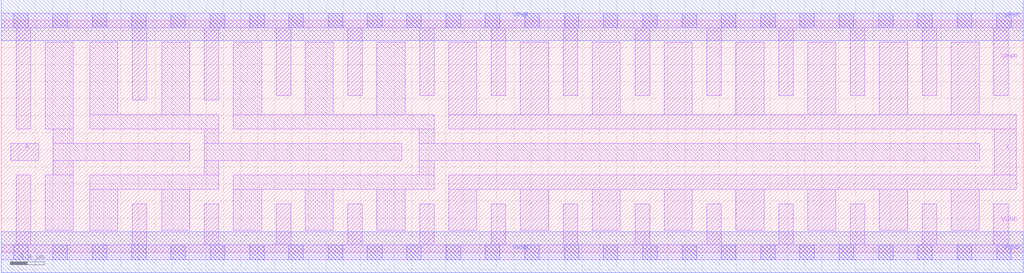
<source format=lef>
# Copyright 2020 The SkyWater PDK Authors
#
# Licensed under the Apache License, Version 2.0 (the "License");
# you may not use this file except in compliance with the License.
# You may obtain a copy of the License at
#
#     https://www.apache.org/licenses/LICENSE-2.0
#
# Unless required by applicable law or agreed to in writing, software
# distributed under the License is distributed on an "AS IS" BASIS,
# WITHOUT WARRANTIES OR CONDITIONS OF ANY KIND, either express or implied.
# See the License for the specific language governing permissions and
# limitations under the License.
#
# SPDX-License-Identifier: Apache-2.0

VERSION 5.7 ;
  NAMESCASESENSITIVE ON ;
  NOWIREEXTENSIONATPIN ON ;
  DIVIDERCHAR "/" ;
  BUSBITCHARS "[]" ;
UNITS
  DATABASE MICRONS 200 ;
END UNITS
MACRO sky130_fd_sc_hd__bufbuf_16
  CLASS CORE ;
  SOURCE USER ;
  FOREIGN sky130_fd_sc_hd__bufbuf_16 ;
  ORIGIN  0.000000  0.000000 ;
  SIZE  11.96000 BY  2.720000 ;
  SYMMETRY X Y R90 ;
  SITE unithd ;
  PIN A
    ANTENNAGATEAREA  0.247500 ;
    DIRECTION INPUT ;
    USE SIGNAL ;
    PORT
      LAYER li1 ;
        RECT 0.110000 1.075000 0.440000 1.275000 ;
    END
  END A
  PIN X
    ANTENNADIFFAREA  3.564000 ;
    DIRECTION OUTPUT ;
    USE SIGNAL ;
    PORT
      LAYER li1 ;
        RECT  5.235000 0.255000  5.485000 0.260000 ;
        RECT  5.235000 0.260000  5.565000 0.735000 ;
        RECT  5.235000 0.735000 11.875000 0.905000 ;
        RECT  5.235000 1.445000 11.875000 1.615000 ;
        RECT  5.235000 1.615000  5.565000 2.465000 ;
        RECT  6.075000 0.260000  6.405000 0.735000 ;
        RECT  6.075000 1.615000  6.405000 2.465000 ;
        RECT  6.155000 0.255000  6.325000 0.260000 ;
        RECT  6.915000 0.260000  7.245000 0.735000 ;
        RECT  6.915000 1.615000  7.245000 2.465000 ;
        RECT  6.995000 0.255000  7.165000 0.260000 ;
        RECT  7.755000 0.260000  8.085000 0.735000 ;
        RECT  7.755000 1.615000  8.085000 2.465000 ;
        RECT  8.595000 0.260000  8.925000 0.735000 ;
        RECT  8.595000 1.615000  8.925000 2.465000 ;
        RECT  9.435000 0.260000  9.765000 0.735000 ;
        RECT  9.435000 1.615000  9.765000 2.465000 ;
        RECT 10.275000 0.260000 10.605000 0.735000 ;
        RECT 10.275000 1.615000 10.605000 2.465000 ;
        RECT 11.115000 0.260000 11.445000 0.735000 ;
        RECT 11.115000 1.615000 11.445000 2.465000 ;
        RECT 11.620000 0.905000 11.875000 1.445000 ;
    END
  END X
  PIN VGND
    DIRECTION INOUT ;
    SHAPE ABUTMENT ;
    USE GROUND ;
    PORT
      LAYER li1 ;
        RECT  0.000000 -0.085000 11.960000 0.085000 ;
        RECT  0.175000  0.085000  0.345000 0.905000 ;
        RECT  1.535000  0.085000  1.705000 0.565000 ;
        RECT  2.375000  0.085000  2.545000 0.565000 ;
        RECT  3.215000  0.085000  3.385000 0.565000 ;
        RECT  4.055000  0.085000  4.225000 0.565000 ;
        RECT  4.895000  0.085000  5.065000 0.565000 ;
        RECT  5.735000  0.085000  5.905000 0.565000 ;
        RECT  6.575000  0.085000  6.745000 0.565000 ;
        RECT  7.415000  0.085000  7.585000 0.565000 ;
        RECT  8.255000  0.085000  8.425000 0.565000 ;
        RECT  9.095000  0.085000  9.265000 0.565000 ;
        RECT  9.935000  0.085000 10.105000 0.565000 ;
        RECT 10.775000  0.085000 10.945000 0.565000 ;
        RECT 11.615000  0.085000 11.785000 0.565000 ;
      LAYER mcon ;
        RECT  0.145000 -0.085000  0.315000 0.085000 ;
        RECT  0.605000 -0.085000  0.775000 0.085000 ;
        RECT  1.065000 -0.085000  1.235000 0.085000 ;
        RECT  1.525000 -0.085000  1.695000 0.085000 ;
        RECT  1.985000 -0.085000  2.155000 0.085000 ;
        RECT  2.445000 -0.085000  2.615000 0.085000 ;
        RECT  2.905000 -0.085000  3.075000 0.085000 ;
        RECT  3.365000 -0.085000  3.535000 0.085000 ;
        RECT  3.825000 -0.085000  3.995000 0.085000 ;
        RECT  4.285000 -0.085000  4.455000 0.085000 ;
        RECT  4.745000 -0.085000  4.915000 0.085000 ;
        RECT  5.205000 -0.085000  5.375000 0.085000 ;
        RECT  5.665000 -0.085000  5.835000 0.085000 ;
        RECT  6.125000 -0.085000  6.295000 0.085000 ;
        RECT  6.585000 -0.085000  6.755000 0.085000 ;
        RECT  7.045000 -0.085000  7.215000 0.085000 ;
        RECT  7.505000 -0.085000  7.675000 0.085000 ;
        RECT  7.965000 -0.085000  8.135000 0.085000 ;
        RECT  8.425000 -0.085000  8.595000 0.085000 ;
        RECT  8.885000 -0.085000  9.055000 0.085000 ;
        RECT  9.345000 -0.085000  9.515000 0.085000 ;
        RECT  9.805000 -0.085000  9.975000 0.085000 ;
        RECT 10.265000 -0.085000 10.435000 0.085000 ;
        RECT 10.725000 -0.085000 10.895000 0.085000 ;
        RECT 11.185000 -0.085000 11.355000 0.085000 ;
        RECT 11.645000 -0.085000 11.815000 0.085000 ;
      LAYER met1 ;
        RECT 0.000000 -0.240000 11.960000 0.240000 ;
    END
  END VGND
  PIN VPWR
    DIRECTION INOUT ;
    SHAPE ABUTMENT ;
    USE POWER ;
    PORT
      LAYER li1 ;
        RECT  0.000000 2.635000 11.960000 2.805000 ;
        RECT  0.175000 1.445000  0.345000 2.635000 ;
        RECT  1.535000 1.785000  1.705000 2.635000 ;
        RECT  2.375000 1.785000  2.545000 2.635000 ;
        RECT  3.215000 1.835000  3.385000 2.635000 ;
        RECT  4.055000 1.835000  4.225000 2.635000 ;
        RECT  4.895000 1.835000  5.065000 2.635000 ;
        RECT  5.735000 1.835000  5.905000 2.635000 ;
        RECT  6.575000 1.835000  6.745000 2.635000 ;
        RECT  7.415000 1.835000  7.585000 2.635000 ;
        RECT  8.255000 1.835000  8.425000 2.635000 ;
        RECT  9.095000 1.835000  9.265000 2.635000 ;
        RECT  9.935000 1.835000 10.105000 2.635000 ;
        RECT 10.775000 1.835000 10.945000 2.635000 ;
        RECT 11.615000 1.835000 11.785000 2.635000 ;
      LAYER mcon ;
        RECT  0.145000 2.635000  0.315000 2.805000 ;
        RECT  0.605000 2.635000  0.775000 2.805000 ;
        RECT  1.065000 2.635000  1.235000 2.805000 ;
        RECT  1.525000 2.635000  1.695000 2.805000 ;
        RECT  1.985000 2.635000  2.155000 2.805000 ;
        RECT  2.445000 2.635000  2.615000 2.805000 ;
        RECT  2.905000 2.635000  3.075000 2.805000 ;
        RECT  3.365000 2.635000  3.535000 2.805000 ;
        RECT  3.825000 2.635000  3.995000 2.805000 ;
        RECT  4.285000 2.635000  4.455000 2.805000 ;
        RECT  4.745000 2.635000  4.915000 2.805000 ;
        RECT  5.205000 2.635000  5.375000 2.805000 ;
        RECT  5.665000 2.635000  5.835000 2.805000 ;
        RECT  6.125000 2.635000  6.295000 2.805000 ;
        RECT  6.585000 2.635000  6.755000 2.805000 ;
        RECT  7.045000 2.635000  7.215000 2.805000 ;
        RECT  7.505000 2.635000  7.675000 2.805000 ;
        RECT  7.965000 2.635000  8.135000 2.805000 ;
        RECT  8.425000 2.635000  8.595000 2.805000 ;
        RECT  8.885000 2.635000  9.055000 2.805000 ;
        RECT  9.345000 2.635000  9.515000 2.805000 ;
        RECT  9.805000 2.635000  9.975000 2.805000 ;
        RECT 10.265000 2.635000 10.435000 2.805000 ;
        RECT 10.725000 2.635000 10.895000 2.805000 ;
        RECT 11.185000 2.635000 11.355000 2.805000 ;
        RECT 11.645000 2.635000 11.815000 2.805000 ;
      LAYER met1 ;
        RECT 0.000000 2.480000 11.960000 2.960000 ;
    END
  END VPWR
  OBS
    LAYER li1 ;
      RECT 0.515000 0.260000  0.845000 0.905000 ;
      RECT 0.515000 1.445000  0.845000 2.465000 ;
      RECT 0.610000 0.905000  0.845000 1.075000 ;
      RECT 0.610000 1.075000  2.205000 1.275000 ;
      RECT 0.610000 1.275000  0.845000 1.445000 ;
      RECT 1.035000 0.260000  1.365000 0.735000 ;
      RECT 1.035000 0.735000  2.545000 0.905000 ;
      RECT 1.035000 1.445000  2.545000 1.615000 ;
      RECT 1.035000 1.615000  1.365000 2.465000 ;
      RECT 1.875000 0.260000  2.205000 0.735000 ;
      RECT 1.875000 1.615000  2.205000 2.465000 ;
      RECT 2.375000 0.905000  2.545000 1.075000 ;
      RECT 2.375000 1.075000  4.685000 1.275000 ;
      RECT 2.375000 1.275000  2.545000 1.445000 ;
      RECT 2.715000 0.260000  3.045000 0.735000 ;
      RECT 2.715000 0.735000  5.065000 0.905000 ;
      RECT 2.715000 1.445000  5.065000 1.615000 ;
      RECT 2.715000 1.615000  3.045000 2.465000 ;
      RECT 3.555000 0.260000  3.885000 0.735000 ;
      RECT 3.555000 1.615000  3.885000 2.465000 ;
      RECT 4.395000 0.260000  4.725000 0.735000 ;
      RECT 4.395000 1.615000  4.725000 2.465000 ;
      RECT 4.890000 0.905000  5.065000 1.075000 ;
      RECT 4.890000 1.075000 11.450000 1.275000 ;
      RECT 4.890000 1.275000  5.065000 1.445000 ;
  END
END sky130_fd_sc_hd__bufbuf_16
END LIBRARY

</source>
